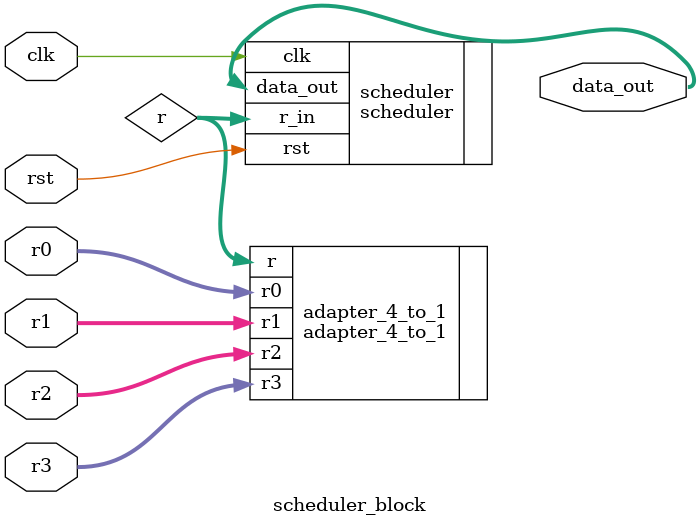
<source format=v>
`include "adapter_4_to_1.v"
`include "scheduler.v"

`ifndef scheduler_block_module
`define scheduler_block_module

/**
 *  El bloque scheduler_block une los bloques adapter_4_to_1 y scheduler de
 *  manera que se tenga un bloque con 4 entradas y una salida, permitiendo un
 *  diseño parametrizable en las estructuras internas.
 *
 *  Parámetros
 *    DATA_WIDTH : tamaño base de los datos.
 *    N_INPUTS : cantidad de entradas entre las cuales el arbitro selecciona la
 *               salida.
 *
 *  Puertos de entrada
 *    clk : señal de reloj, cada ciclo de reloj el arbitro cambia la selección.
 *    rst : señal de reset, reinicia el arbitro de manera que la primer salida
 *          cuando esta señal pasa de 1 a 0.
 *    r0, r1, r2, r3 : señales de datos a arbitrar. Son señales de tamaño
 *           DATA_WIDTH cada una.
 *
 *  Puertos de salida
 *    darta_out : es la señal que el arbitro ha seleccionado, es de tamaño
 *               DATA_WIDTH.
 */
module scheduler_block #(
  parameter DATA_WIDTH=16,
  parameter N_INPUTS=4
) (
  input clk, rst,
  input [DATA_WIDTH-1:0] r0,r1,r2,r3,
  output [DATA_WIDTH-1:0] data_out
);

  // cable que une los bloques.
  wire [N_INPUTS*DATA_WIDTH-1:0] r;

  adapter_4_to_1 #(
    DATA_WIDTH,
    N_INPUTS
  ) adapter_4_to_1 (
    .r0(r0),
    .r1(r1),
    .r2(r2),
    .r3(r3),
    .r(r)
  );

  scheduler #(
    DATA_WIDTH,
    N_INPUTS
  ) scheduler(
    .clk(clk),
    .rst(rst),
    .r_in(r),
    .data_out(data_out)
  );

endmodule

`endif

</source>
